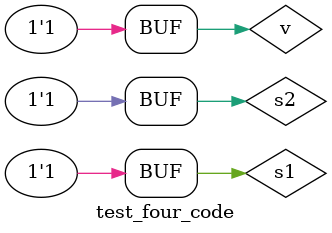
<source format=v>
`timescale 1ns / 1ps


module test_four_code;

	// Inputs
	reg v;
	reg s1;
	reg s2;

	// Outputs
	wire a;
	wire b;
	wire c;
	wire d;

	// Instantiate the Unit Under Test (UUT)
	four_code uut (
		.v(v), 
		.s1(s1), 
		.s2(s2), 
		.a(a), 
		.b(b), 
		.c(c), 
		.d(d)
	);

	initial begin
		// Initialize Inputs
		v=0;
		s1=0;
		s2=0;
		repeat(3)
		begin
		#10;
		//s3=s3^(s2&s1);
		s2=s2^s1;
		s1=s1^1;
		end
		#10;
		v = 1;
		s1 = 0;
		s2 = 0;
		//s3 = 0;

		// Wait 100 ns for global reset to finish
		//#10;
		repeat(3)
		begin
		#10;
		//s3=s3^(s2&s1);
		s2=s2^s1;
		s1=s1^1;
		end
		#10;
        
		// Add stimulus here

	end
      
endmodule

</source>
